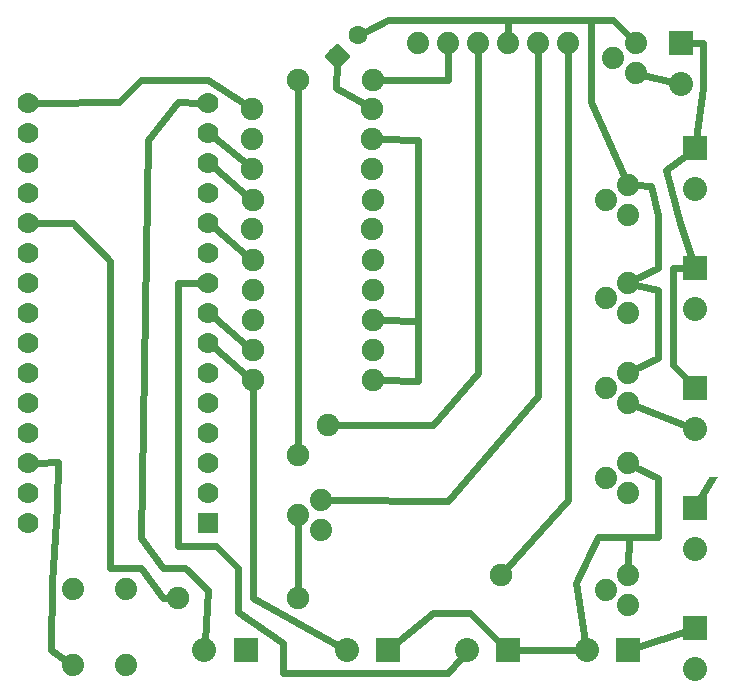
<source format=gbl>
G04 MADE WITH FRITZING*
G04 WWW.FRITZING.ORG*
G04 DOUBLE SIDED*
G04 HOLES PLATED*
G04 CONTOUR ON CENTER OF CONTOUR VECTOR*
%ASAXBY*%
%FSLAX23Y23*%
%MOIN*%
%OFA0B0*%
%SFA1.0B1.0*%
%ADD10C,0.074000*%
%ADD11C,0.080000*%
%ADD12C,0.075000*%
%ADD13C,0.062992*%
%ADD14C,0.070000*%
%ADD15C,0.075433*%
%ADD16R,0.080000X0.080000*%
%ADD17R,0.069972X0.070000*%
%ADD18C,0.024000*%
%ADD19C,0.015748*%
%ADD20R,0.001000X0.001000*%
%LNCOPPER0*%
G90*
G70*
G54D10*
X1864Y2206D03*
X1764Y2206D03*
X1664Y2206D03*
X1564Y2206D03*
X1464Y2206D03*
X1364Y2206D03*
X214Y131D03*
X214Y387D03*
X392Y131D03*
X392Y387D03*
X2064Y1306D03*
X1989Y1356D03*
X2064Y1406D03*
X2064Y1006D03*
X1989Y1056D03*
X2064Y1106D03*
X1039Y581D03*
X964Y631D03*
X1039Y681D03*
X2064Y331D03*
X1989Y381D03*
X2064Y431D03*
X2064Y706D03*
X1989Y756D03*
X2064Y806D03*
X2064Y1631D03*
X1989Y1681D03*
X2064Y1731D03*
X2089Y2106D03*
X2014Y2156D03*
X2089Y2206D03*
G54D11*
X2064Y181D03*
X1926Y181D03*
X2288Y1056D03*
X2288Y918D03*
X2288Y1456D03*
X2288Y1318D03*
X1664Y181D03*
X1526Y181D03*
X1264Y181D03*
X1126Y181D03*
X789Y181D03*
X651Y181D03*
X2288Y256D03*
X2288Y118D03*
X2288Y656D03*
X2288Y518D03*
X2288Y1856D03*
X2288Y1718D03*
X2239Y2206D03*
X2239Y2068D03*
G54D12*
X812Y1787D03*
X1212Y1787D03*
X812Y1587D03*
X1212Y1587D03*
X814Y1281D03*
X1214Y1281D03*
X964Y356D03*
X564Y356D03*
X812Y1987D03*
X1212Y1987D03*
X814Y1681D03*
X1214Y1681D03*
X814Y1481D03*
X1214Y1481D03*
X814Y1181D03*
X1214Y1181D03*
X814Y1381D03*
X1214Y1381D03*
X814Y1081D03*
X1214Y1081D03*
X812Y1887D03*
X1212Y1887D03*
G54D13*
X1095Y2162D03*
X1164Y2231D03*
G54D14*
X664Y606D03*
X664Y706D03*
X664Y806D03*
X664Y906D03*
X664Y1006D03*
X664Y1106D03*
X664Y1206D03*
X664Y1306D03*
X664Y1406D03*
X664Y1506D03*
X664Y1606D03*
X664Y1706D03*
X664Y1806D03*
X664Y1906D03*
X664Y2006D03*
X64Y606D03*
X64Y706D03*
X64Y806D03*
X64Y906D03*
X64Y1006D03*
X64Y1106D03*
X64Y1206D03*
X64Y1306D03*
X64Y1406D03*
X64Y1506D03*
X64Y1606D03*
X64Y1706D03*
X64Y1806D03*
X64Y1906D03*
X64Y2006D03*
G54D15*
X1064Y931D03*
X964Y2081D03*
X1214Y2081D03*
X964Y831D03*
X1639Y431D03*
G54D16*
X2064Y181D03*
X2288Y1056D03*
X2288Y1456D03*
X1664Y181D03*
X1264Y181D03*
X789Y181D03*
X2288Y256D03*
X2288Y656D03*
X2288Y1856D03*
X2239Y2206D03*
G54D17*
X664Y606D03*
G54D18*
X1094Y2135D02*
X1091Y2057D01*
D02*
X1091Y2057D02*
X1187Y2001D01*
D02*
X2115Y2100D02*
X2209Y2076D01*
D02*
X964Y385D02*
X964Y604D01*
D02*
X1066Y681D02*
X1465Y680D01*
D02*
X1465Y680D02*
X1763Y1030D01*
D02*
X1763Y1030D02*
X1764Y2175D01*
D02*
X788Y2002D02*
X665Y2082D01*
D02*
X440Y2082D02*
X366Y2008D01*
D02*
X665Y2082D02*
X440Y2082D01*
D02*
X366Y2008D02*
X93Y2006D01*
D02*
X2089Y996D02*
X2259Y930D01*
D02*
X686Y1588D02*
X792Y1500D01*
D02*
X790Y1805D02*
X687Y1888D01*
D02*
X792Y1200D02*
X686Y1288D01*
D02*
X686Y1788D02*
X792Y1700D01*
D02*
X93Y807D02*
X165Y808D01*
D02*
X143Y408D02*
X140Y182D01*
D02*
X159Y663D02*
X143Y408D01*
D02*
X165Y808D02*
X159Y663D01*
D02*
X140Y182D02*
X188Y149D01*
D02*
X93Y1606D02*
X214Y1607D01*
D02*
X214Y1607D02*
X338Y1480D01*
D02*
X514Y355D02*
X536Y356D01*
D02*
X439Y456D02*
X514Y355D01*
D02*
X338Y456D02*
X439Y456D01*
D02*
X338Y1480D02*
X338Y456D01*
D02*
X1243Y1281D02*
X1365Y1280D01*
D02*
X1365Y1280D02*
X1365Y1080D01*
D02*
X1365Y1080D02*
X1243Y1081D01*
D02*
X1241Y1886D02*
X1365Y1882D01*
D02*
X1365Y1882D02*
X1365Y1280D01*
D02*
X1365Y1280D02*
X1243Y1281D01*
D02*
X686Y1188D02*
X792Y1100D01*
D02*
X1099Y196D02*
X813Y355D01*
D02*
X813Y355D02*
X814Y1053D01*
D02*
X1506Y157D02*
X1464Y107D01*
D02*
X1464Y107D02*
X914Y107D01*
D02*
X915Y206D02*
X764Y308D01*
D02*
X764Y308D02*
X764Y456D01*
D02*
X914Y107D02*
X915Y206D01*
D02*
X764Y456D02*
X690Y530D01*
D02*
X690Y530D02*
X563Y530D01*
D02*
X563Y530D02*
X563Y1406D01*
D02*
X563Y1406D02*
X635Y1406D01*
D02*
X653Y212D02*
X665Y382D01*
D02*
X588Y456D02*
X514Y456D01*
D02*
X514Y456D02*
X439Y556D01*
D02*
X439Y556D02*
X464Y1881D01*
D02*
X665Y382D02*
X588Y456D01*
D02*
X464Y1881D02*
X563Y2008D01*
D02*
X563Y2008D02*
X635Y2007D01*
D02*
X2094Y191D02*
X2259Y246D01*
D02*
X2257Y1456D02*
X2214Y1457D01*
D02*
X2214Y1457D02*
X2214Y1131D01*
D02*
X2214Y1131D02*
X2266Y1078D01*
D02*
X2263Y1837D02*
X2189Y1783D01*
D02*
X2189Y1783D02*
X2238Y1607D01*
D02*
X2238Y1607D02*
X2278Y1486D01*
D02*
X2270Y2206D02*
X2314Y2205D01*
D02*
X2314Y2205D02*
X2314Y2057D01*
D02*
X2314Y2057D02*
X2292Y1887D01*
D02*
X1564Y2175D02*
X1563Y1107D01*
D02*
X1415Y931D02*
X1093Y931D01*
D02*
X1563Y1107D02*
X1415Y931D01*
D02*
X1695Y181D02*
X1895Y181D01*
D02*
X2064Y458D02*
X2066Y558D01*
D02*
X2066Y558D02*
X1964Y558D01*
D02*
X1964Y558D02*
X1890Y406D01*
D02*
X1890Y406D02*
X1921Y212D01*
D02*
X2088Y794D02*
X2165Y757D01*
D02*
X2165Y757D02*
X2164Y558D01*
D02*
X2066Y558D02*
X2064Y458D01*
D02*
X2164Y558D02*
X2066Y558D01*
D02*
X2090Y1400D02*
X2165Y1382D01*
D02*
X2165Y1382D02*
X2165Y1157D01*
D02*
X2165Y1157D02*
X2088Y1118D01*
D02*
X2091Y1731D02*
X2140Y1730D01*
D02*
X2164Y1631D02*
X2164Y1455D01*
D02*
X2140Y1730D02*
X2164Y1631D01*
D02*
X2164Y1455D02*
X2088Y1418D01*
D02*
X2070Y2225D02*
X2013Y2282D01*
D02*
X1939Y2282D02*
X1939Y2008D01*
D02*
X2013Y2282D02*
X1939Y2282D01*
D02*
X1939Y2008D02*
X2053Y1756D01*
D02*
X1288Y201D02*
X1415Y305D01*
D02*
X1415Y305D02*
X1538Y305D01*
D02*
X1538Y305D02*
X1642Y203D01*
D02*
X1265Y2281D02*
X1665Y2282D01*
D02*
X1665Y2282D02*
X1664Y2237D01*
D02*
X1188Y2243D02*
X1265Y2281D01*
D02*
X964Y860D02*
X964Y2052D01*
D02*
X1464Y2082D02*
X1243Y2081D01*
D02*
X1464Y2175D02*
X1464Y2082D01*
D02*
X1865Y681D02*
X1658Y453D01*
D02*
X1864Y2175D02*
X1865Y681D01*
D02*
X1665Y2282D02*
X2013Y2282D01*
D02*
X2013Y2282D02*
X2070Y2225D01*
D02*
X1664Y2237D02*
X1665Y2282D01*
G54D19*
X1128Y2162D02*
X1095Y2128D01*
X1061Y2162D01*
X1095Y2195D01*
X1128Y2162D01*
D02*
G54D20*
X2319Y1045D02*
X2319Y1045D01*
X2335Y758D02*
X2362Y758D01*
X2335Y757D02*
X2362Y757D01*
X2334Y756D02*
X2361Y756D01*
X2333Y755D02*
X2360Y755D01*
X2333Y754D02*
X2360Y754D01*
X2332Y753D02*
X2359Y753D01*
X2332Y752D02*
X2359Y752D01*
X2331Y751D02*
X2358Y751D01*
X2330Y750D02*
X2357Y750D01*
X2330Y749D02*
X2357Y749D01*
X2329Y748D02*
X2356Y748D01*
X2329Y747D02*
X2356Y747D01*
X2328Y746D02*
X2355Y746D01*
X2327Y745D02*
X2354Y745D01*
X2327Y744D02*
X2354Y744D01*
X2326Y743D02*
X2353Y743D01*
X2326Y742D02*
X2353Y742D01*
X2325Y741D02*
X2352Y741D01*
X2324Y740D02*
X2351Y740D01*
X2324Y739D02*
X2351Y739D01*
X2323Y738D02*
X2350Y738D01*
X2323Y737D02*
X2350Y737D01*
X2322Y736D02*
X2349Y736D01*
X2321Y735D02*
X2348Y735D01*
X2321Y734D02*
X2348Y734D01*
X2320Y733D02*
X2347Y733D01*
X2319Y732D02*
X2347Y732D01*
X2319Y731D02*
X2346Y731D01*
X2318Y730D02*
X2345Y730D01*
X2318Y729D02*
X2345Y729D01*
X2317Y728D02*
X2344Y728D01*
X2316Y727D02*
X2344Y727D01*
X2316Y726D02*
X2343Y726D01*
X2315Y725D02*
X2342Y725D01*
X2315Y724D02*
X2342Y724D01*
X2314Y723D02*
X2341Y723D01*
X2313Y722D02*
X2340Y722D01*
X2313Y721D02*
X2340Y721D01*
X2312Y720D02*
X2339Y720D01*
X2312Y719D02*
X2339Y719D01*
X2311Y718D02*
X2338Y718D01*
X2310Y717D02*
X2337Y717D01*
X2310Y716D02*
X2337Y716D01*
X2309Y715D02*
X2336Y715D01*
X2309Y714D02*
X2336Y714D01*
X2308Y713D02*
X2335Y713D01*
X2307Y712D02*
X2334Y712D01*
X2307Y711D02*
X2334Y711D01*
X2306Y710D02*
X2333Y710D01*
X2306Y709D02*
X2333Y709D01*
X2305Y708D02*
X2332Y708D01*
X2304Y707D02*
X2331Y707D01*
X2304Y706D02*
X2331Y706D01*
X2303Y705D02*
X2330Y705D01*
X2303Y704D02*
X2330Y704D01*
X2302Y703D02*
X2329Y703D01*
X2301Y702D02*
X2328Y702D01*
X2301Y701D02*
X2328Y701D01*
X2300Y700D02*
X2327Y700D01*
X2300Y699D02*
X2327Y699D01*
X2299Y698D02*
X2326Y698D01*
X2298Y697D02*
X2325Y697D01*
X2298Y696D02*
X2325Y696D01*
X2297Y695D02*
X2324Y695D01*
X2296Y694D02*
X2324Y694D01*
X2296Y693D02*
X2323Y693D01*
X2295Y692D02*
X2322Y692D01*
X2295Y691D02*
X2322Y691D01*
X2294Y690D02*
X2321Y690D01*
X2293Y689D02*
X2321Y689D01*
X2293Y688D02*
X2320Y688D01*
X2293Y687D02*
X2319Y687D01*
X2292Y686D02*
X2319Y686D01*
X2292Y685D02*
X2318Y685D01*
X2292Y684D02*
X2317Y684D01*
X2292Y683D02*
X2317Y683D01*
X2292Y682D02*
X2316Y682D01*
X2292Y681D02*
X2316Y681D01*
X2292Y680D02*
X2315Y680D01*
X2293Y679D02*
X2314Y679D01*
X2293Y678D02*
X2314Y678D01*
X2294Y677D02*
X2313Y677D01*
X2294Y676D02*
X2313Y676D01*
X2295Y675D02*
X2312Y675D01*
X2296Y674D02*
X2311Y674D01*
X2298Y673D02*
X2309Y673D01*
X2299Y672D02*
X2307Y672D01*
D02*
G04 End of Copper0*
M02*
</source>
